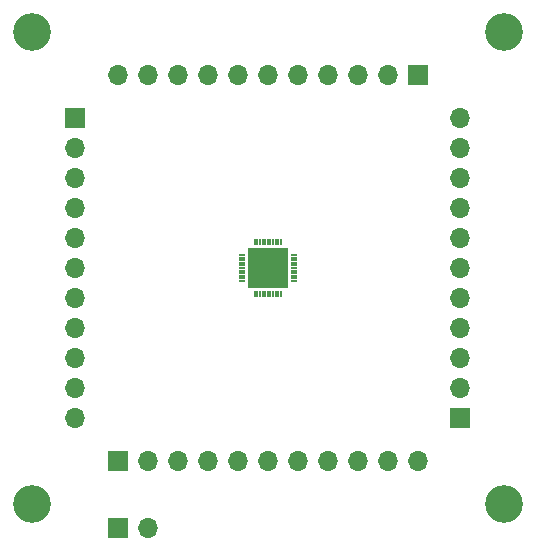
<source format=gbr>
%TF.GenerationSoftware,KiCad,Pcbnew,8.0.8*%
%TF.CreationDate,2025-02-12T12:16:00+09:00*%
%TF.ProjectId,OpenMPW-TR10,4f70656e-4d50-4572-9d54-5231302e6b69,rev?*%
%TF.SameCoordinates,Original*%
%TF.FileFunction,Soldermask,Top*%
%TF.FilePolarity,Negative*%
%FSLAX46Y46*%
G04 Gerber Fmt 4.6, Leading zero omitted, Abs format (unit mm)*
G04 Created by KiCad (PCBNEW 8.0.8) date 2025-02-12 12:16:00*
%MOMM*%
%LPD*%
G01*
G04 APERTURE LIST*
%ADD10O,0.101600X0.630000*%
%ADD11O,0.630000X0.101600*%
%ADD12R,3.500000X3.500000*%
%ADD13R,1.700000X1.700000*%
%ADD14O,1.700000X1.700000*%
%ADD15C,3.200000*%
G04 APERTURE END LIST*
D10*
%TO.C,U1*%
X148892000Y-102185000D03*
X149113600Y-102185000D03*
X149335200Y-102185000D03*
X149556800Y-102185000D03*
X149778400Y-102185000D03*
X150000000Y-102185000D03*
X150221600Y-102185000D03*
X150443200Y-102185000D03*
X150664800Y-102185000D03*
X150886400Y-102185000D03*
X151108000Y-102185000D03*
D11*
X152185000Y-101108000D03*
X152185000Y-100886400D03*
X152185000Y-100664800D03*
X152185000Y-100443200D03*
X152185000Y-100221600D03*
X152185000Y-100000000D03*
X152185000Y-99778400D03*
X152185000Y-99556800D03*
X152185000Y-99335200D03*
X152185000Y-99113600D03*
X152185000Y-98892000D03*
D10*
X151108000Y-97815000D03*
X150886400Y-97815000D03*
X150664800Y-97815000D03*
X150443200Y-97815000D03*
X150221600Y-97815000D03*
X150000000Y-97815000D03*
X149778400Y-97815000D03*
X149556800Y-97815000D03*
X149335200Y-97815000D03*
X149113600Y-97815000D03*
X148892000Y-97815000D03*
D11*
X147815000Y-98892000D03*
X147815000Y-99113600D03*
X147815000Y-99335200D03*
X147815000Y-99556800D03*
X147815000Y-99778400D03*
X147815000Y-100000000D03*
X147815000Y-100221600D03*
X147815000Y-100443200D03*
X147815000Y-100664800D03*
X147815000Y-100886400D03*
X147815000Y-101108000D03*
D12*
X150000000Y-100000000D03*
%TD*%
D13*
%TO.C,J5*%
X137300000Y-122000000D03*
D14*
X139840000Y-122000000D03*
%TD*%
D15*
%TO.C,H1*%
X130000000Y-120000000D03*
%TD*%
D13*
%TO.C,J4*%
X133700000Y-87300000D03*
D14*
X133700000Y-89840000D03*
X133700000Y-92380000D03*
X133700000Y-94920000D03*
X133700000Y-97460000D03*
X133700000Y-100000000D03*
X133700000Y-102540000D03*
X133700000Y-105080000D03*
X133700000Y-107620000D03*
X133700000Y-110160000D03*
X133700000Y-112700000D03*
%TD*%
D13*
%TO.C,J2*%
X166300000Y-112700000D03*
D14*
X166300000Y-110160000D03*
X166300000Y-107620000D03*
X166300000Y-105080000D03*
X166300000Y-102540000D03*
X166300000Y-100000000D03*
X166300000Y-97460000D03*
X166300000Y-94920000D03*
X166300000Y-92380000D03*
X166300000Y-89840000D03*
X166300000Y-87300000D03*
%TD*%
D13*
%TO.C,J3*%
X162700000Y-83700000D03*
D14*
X160160000Y-83700000D03*
X157620000Y-83700000D03*
X155080000Y-83700000D03*
X152540000Y-83700000D03*
X150000000Y-83700000D03*
X147460000Y-83700000D03*
X144920000Y-83700000D03*
X142380000Y-83700000D03*
X139840000Y-83700000D03*
X137300000Y-83700000D03*
%TD*%
D15*
%TO.C,H2*%
X170000000Y-120000000D03*
%TD*%
%TO.C,H3*%
X170000000Y-80000000D03*
%TD*%
%TO.C,H4*%
X130000000Y-80000000D03*
%TD*%
D13*
%TO.C,J1*%
X137300000Y-116300000D03*
D14*
X139840000Y-116300000D03*
X142380000Y-116300000D03*
X144920000Y-116300000D03*
X147460000Y-116300000D03*
X150000000Y-116300000D03*
X152540000Y-116300000D03*
X155080000Y-116300000D03*
X157620000Y-116300000D03*
X160160000Y-116300000D03*
X162700000Y-116300000D03*
%TD*%
M02*

</source>
